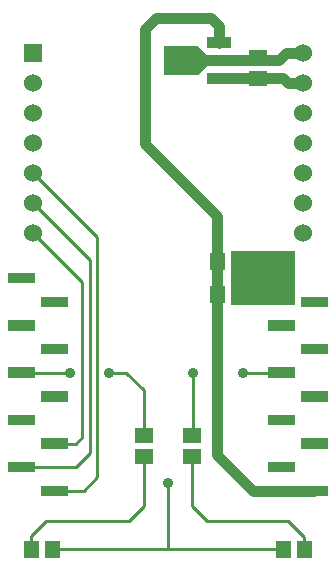
<source format=gbr>
G04 start of page 2 for group 0 idx 0 *
G04 Title: (unknown), top *
G04 Creator: pcb 4.0.2 *
G04 CreationDate: Sat May 14 18:14:40 2022 UTC *
G04 For: railfan *
G04 Format: Gerber/RS-274X *
G04 PCB-Dimensions (mil): 1400.00 2300.00 *
G04 PCB-Coordinate-Origin: lower left *
%MOIN*%
%FSLAX25Y25*%
%LNTOP*%
%ADD17C,0.0380*%
%ADD16C,0.0200*%
%ADD15C,0.0360*%
%ADD14C,0.0600*%
%ADD13C,0.0100*%
%ADD12C,0.0350*%
%ADD11C,0.0001*%
G54D11*G36*
X91000Y103500D02*Y121500D01*
X112500D01*
Y103500D01*
X91000D01*
G37*
G54D12*X83084Y185000D02*X107000D01*
X109500Y187500D01*
X115000D01*
X86942Y179094D02*X108406D01*
X110000Y177500D01*
X115000D01*
X86942Y190906D02*Y196558D01*
X86500Y133000D02*Y53500D01*
X86942Y196558D02*X84500Y199000D01*
X66000D01*
X62500Y195500D01*
Y157000D01*
X86500Y133000D01*
G54D13*X62000Y75000D02*Y60043D01*
X41500Y59500D02*Y111000D01*
X25000Y127500D01*
X44000Y54000D02*Y118500D01*
X25000Y137500D01*
X46500Y46000D02*Y126000D01*
X25000Y147500D01*
X108414Y22000D02*X31500D01*
X70000D02*Y44000D01*
X62000Y52957D02*Y36500D01*
X57000Y31500D01*
X78000Y53000D02*Y36500D01*
X83000Y31500D01*
X32185Y57315D02*X39315D01*
X41500Y59500D01*
X39441Y49441D02*X44000Y54000D01*
X21201Y49441D02*X39441D01*
X32185Y41567D02*X42067D01*
X46500Y46000D01*
X57000Y31500D02*X29500D01*
X24414Y26414D01*
Y22000D01*
X83000Y31500D02*X110000D01*
X115500Y26000D01*
Y22000D01*
X107815Y80937D02*X95000D01*
X78500D02*Y59500D01*
X21201Y80937D02*X37500D01*
X50500D02*X56063D01*
X62000Y75000D01*
G54D12*X86500Y53500D02*X98433Y41567D01*
X118799D01*
G54D14*X25000Y157500D03*
Y147500D03*
Y137500D03*
Y127500D03*
G54D11*G36*
X22000Y190500D02*Y184500D01*
X28000D01*
Y190500D01*
X22000D01*
G37*
G54D14*X25000Y177500D03*
Y167500D03*
X115000Y187500D03*
Y177500D03*
Y167500D03*
Y157500D03*
Y147500D03*
Y137500D03*
Y127500D03*
G54D11*G36*
X114291Y43319D02*Y39815D01*
X123307D01*
Y43319D01*
X114291D01*
G37*
G36*
Y59067D02*Y55563D01*
X123307D01*
Y59067D01*
X114291D01*
G37*
G36*
X75048Y62645D02*Y57527D01*
X80952D01*
Y62645D01*
X75048D01*
G37*
G36*
Y55559D02*Y50441D01*
X80952D01*
Y55559D01*
X75048D01*
G37*
G36*
X59048Y62602D02*Y57484D01*
X64952D01*
Y62602D01*
X59048D01*
G37*
G36*
Y55516D02*Y50398D01*
X64952D01*
Y55516D01*
X59048D01*
G37*
G36*
X114291Y74815D02*Y71311D01*
X123307D01*
Y74815D01*
X114291D01*
G37*
G36*
X103307Y82689D02*Y79185D01*
X112323D01*
Y82689D01*
X103307D01*
G37*
G36*
Y66941D02*Y63437D01*
X112323D01*
Y66941D01*
X103307D01*
G37*
G36*
Y51193D02*Y47689D01*
X112323D01*
Y51193D01*
X103307D01*
G37*
G36*
X110973Y24952D02*X105855D01*
Y19048D01*
X110973D01*
Y24952D01*
G37*
G36*
X118059D02*X112941D01*
Y19048D01*
X118059D01*
Y24952D01*
G37*
G36*
X83005Y192796D02*Y189016D01*
X90879D01*
Y192796D01*
X83005D01*
G37*
G36*
X97048Y188602D02*Y183484D01*
X102952D01*
Y188602D01*
X97048D01*
G37*
G36*
X83005Y180984D02*Y177204D01*
X90879D01*
Y180984D01*
X83005D01*
G37*
G36*
X75289Y186890D02*Y183110D01*
X90879D01*
Y186890D01*
X75289D01*
G37*
G36*
X68830Y189725D02*Y180275D01*
X80170D01*
Y189725D01*
X68830D01*
G37*
G36*
X83010Y183115D02*X81590Y184535D01*
X78750Y181695D01*
X80170Y180275D01*
X83010Y183115D01*
G37*
G36*
X80170Y189725D02*X78750Y188305D01*
X81590Y185465D01*
X83010Y186885D01*
X80170Y189725D01*
G37*
G36*
X97048Y181516D02*Y176398D01*
X102952D01*
Y181516D01*
X97048D01*
G37*
G36*
X27677Y43319D02*Y39815D01*
X36693D01*
Y43319D01*
X27677D01*
G37*
G36*
Y59067D02*Y55563D01*
X36693D01*
Y59067D01*
X27677D01*
G37*
G36*
Y74815D02*Y71311D01*
X36693D01*
Y74815D01*
X27677D01*
G37*
G36*
Y90563D02*Y87059D01*
X36693D01*
Y90563D01*
X27677D01*
G37*
G36*
Y106311D02*Y102807D01*
X36693D01*
Y106311D01*
X27677D01*
G37*
G36*
X16693Y114185D02*Y110681D01*
X25709D01*
Y114185D01*
X16693D01*
G37*
G36*
Y98437D02*Y94933D01*
X25709D01*
Y98437D01*
X16693D01*
G37*
G36*
Y82689D02*Y79185D01*
X25709D01*
Y82689D01*
X16693D01*
G37*
G36*
Y66941D02*Y63437D01*
X25709D01*
Y66941D01*
X16693D01*
G37*
G36*
Y51193D02*Y47689D01*
X25709D01*
Y51193D01*
X16693D01*
G37*
G36*
X34059Y24952D02*X28941D01*
Y19048D01*
X34059D01*
Y24952D01*
G37*
G36*
X26973D02*X21855D01*
Y19048D01*
X26973D01*
Y24952D01*
G37*
G36*
X114291Y90563D02*Y87059D01*
X123307D01*
Y90563D01*
X114291D01*
G37*
G36*
Y106311D02*Y102807D01*
X123307D01*
Y106311D01*
X114291D01*
G37*
G36*
X103307Y98437D02*Y94933D01*
X112323D01*
Y98437D01*
X103307D01*
G37*
G36*
Y114185D02*Y110681D01*
X112323D01*
Y114185D01*
X103307D01*
G37*
G36*
X89016Y109952D02*X83898D01*
Y104048D01*
X89016D01*
Y109952D01*
G37*
G36*
X96102D02*X90984D01*
Y104048D01*
X96102D01*
Y109952D01*
G37*
G36*
X89016Y120952D02*X83898D01*
Y115048D01*
X89016D01*
Y120952D01*
G37*
G36*
X96102D02*X90984D01*
Y115048D01*
X96102D01*
Y120952D01*
G37*
G54D15*X99500Y112500D03*
Y118500D03*
Y106500D03*
X70000Y44000D03*
X95000Y80937D03*
X78500D03*
X37500D03*
X50500D03*
G54D16*G54D17*M02*

</source>
